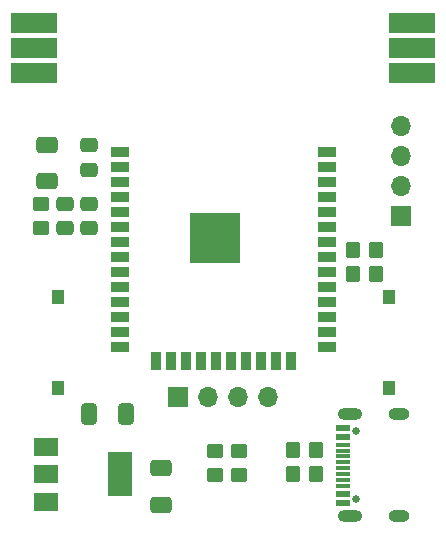
<source format=gts>
%TF.GenerationSoftware,KiCad,Pcbnew,7.0.1-3b83917a11~172~ubuntu22.04.1*%
%TF.CreationDate,2023-04-18T10:01:55+02:00*%
%TF.ProjectId,part2,70617274-322e-46b6-9963-61645f706362,rev?*%
%TF.SameCoordinates,Original*%
%TF.FileFunction,Soldermask,Top*%
%TF.FilePolarity,Negative*%
%FSLAX46Y46*%
G04 Gerber Fmt 4.6, Leading zero omitted, Abs format (unit mm)*
G04 Created by KiCad (PCBNEW 7.0.1-3b83917a11~172~ubuntu22.04.1) date 2023-04-18 10:01:55*
%MOMM*%
%LPD*%
G01*
G04 APERTURE LIST*
G04 Aperture macros list*
%AMRoundRect*
0 Rectangle with rounded corners*
0 $1 Rounding radius*
0 $2 $3 $4 $5 $6 $7 $8 $9 X,Y pos of 4 corners*
0 Add a 4 corners polygon primitive as box body*
4,1,4,$2,$3,$4,$5,$6,$7,$8,$9,$2,$3,0*
0 Add four circle primitives for the rounded corners*
1,1,$1+$1,$2,$3*
1,1,$1+$1,$4,$5*
1,1,$1+$1,$6,$7*
1,1,$1+$1,$8,$9*
0 Add four rect primitives between the rounded corners*
20,1,$1+$1,$2,$3,$4,$5,0*
20,1,$1+$1,$4,$5,$6,$7,0*
20,1,$1+$1,$6,$7,$8,$9,0*
20,1,$1+$1,$8,$9,$2,$3,0*%
G04 Aperture macros list end*
%ADD10RoundRect,0.250000X0.650000X-0.412500X0.650000X0.412500X-0.650000X0.412500X-0.650000X-0.412500X0*%
%ADD11RoundRect,0.250000X0.450000X-0.350000X0.450000X0.350000X-0.450000X0.350000X-0.450000X-0.350000X0*%
%ADD12R,4.000000X1.800000*%
%ADD13RoundRect,0.250000X0.412500X0.650000X-0.412500X0.650000X-0.412500X-0.650000X0.412500X-0.650000X0*%
%ADD14RoundRect,0.250000X-0.350000X-0.450000X0.350000X-0.450000X0.350000X0.450000X-0.350000X0.450000X0*%
%ADD15RoundRect,0.250000X-0.450000X0.350000X-0.450000X-0.350000X0.450000X-0.350000X0.450000X0.350000X0*%
%ADD16RoundRect,0.250000X0.475000X-0.337500X0.475000X0.337500X-0.475000X0.337500X-0.475000X-0.337500X0*%
%ADD17RoundRect,0.250000X-0.475000X0.337500X-0.475000X-0.337500X0.475000X-0.337500X0.475000X0.337500X0*%
%ADD18R,1.000000X1.250000*%
%ADD19RoundRect,0.250000X-0.650000X0.412500X-0.650000X-0.412500X0.650000X-0.412500X0.650000X0.412500X0*%
%ADD20R,1.700000X1.700000*%
%ADD21O,1.700000X1.700000*%
%ADD22RoundRect,0.250000X0.350000X0.450000X-0.350000X0.450000X-0.350000X-0.450000X0.350000X-0.450000X0*%
%ADD23R,2.000000X1.500000*%
%ADD24R,2.000000X3.800000*%
%ADD25R,1.500000X0.900000*%
%ADD26R,0.900000X1.500000*%
%ADD27C,0.600000*%
%ADD28R,4.200000X4.200000*%
%ADD29C,0.650000*%
%ADD30R,1.150000X0.600000*%
%ADD31R,1.150000X0.300000*%
%ADD32O,2.100000X1.000000*%
%ADD33O,1.800000X1.000000*%
G04 APERTURE END LIST*
D10*
%TO.C,C4*%
X137482000Y-119868500D03*
X137482000Y-116743500D03*
%TD*%
D11*
%TO.C,R5*%
X127322000Y-96430000D03*
X127322000Y-94430000D03*
%TD*%
D12*
%TO.C,J11*%
X126775500Y-83310000D03*
X126775500Y-81210000D03*
X126775500Y-79110000D03*
%TD*%
D13*
%TO.C,C5*%
X134511000Y-112210000D03*
X131386000Y-112210000D03*
%TD*%
D14*
%TO.C,R6*%
X153722000Y-100348000D03*
X155722000Y-100348000D03*
%TD*%
D15*
%TO.C,R3*%
X142054000Y-115330000D03*
X142054000Y-117330000D03*
%TD*%
D16*
%TO.C,C1*%
X129354000Y-96467500D03*
X129354000Y-94392500D03*
%TD*%
D12*
%TO.C,J7*%
X158775500Y-79110000D03*
X158775500Y-81210000D03*
X158775500Y-83310000D03*
%TD*%
D17*
%TO.C,C3*%
X131379500Y-89406000D03*
X131379500Y-91481000D03*
%TD*%
D15*
%TO.C,R4*%
X144079500Y-115351500D03*
X144079500Y-117351500D03*
%TD*%
D14*
%TO.C,R7*%
X153738000Y-98316000D03*
X155738000Y-98316000D03*
%TD*%
D18*
%TO.C,SW2*%
X156775500Y-109989000D03*
X156775500Y-102239000D03*
%TD*%
D19*
%TO.C,C2*%
X127823500Y-89367500D03*
X127823500Y-92492500D03*
%TD*%
D20*
%TO.C,J4*%
X138975500Y-110742000D03*
D21*
X141515500Y-110742000D03*
X144055500Y-110742000D03*
X146595500Y-110742000D03*
%TD*%
D22*
%TO.C,R2*%
X150658000Y-117290000D03*
X148658000Y-117290000D03*
%TD*%
%TO.C,R1*%
X150658000Y-115258000D03*
X148658000Y-115258000D03*
%TD*%
D23*
%TO.C,U2*%
X127766500Y-114990000D03*
X127766500Y-117290000D03*
D24*
X134066500Y-117290000D03*
D23*
X127766500Y-119590000D03*
%TD*%
D16*
%TO.C,C6*%
X131386000Y-96467500D03*
X131386000Y-94392500D03*
%TD*%
D20*
%TO.C,J3*%
X157802000Y-95446000D03*
D21*
X157802000Y-92906000D03*
X157802000Y-90366000D03*
X157802000Y-87826000D03*
%TD*%
D18*
%TO.C,SW1*%
X128775500Y-109989000D03*
X128775500Y-102239000D03*
%TD*%
D25*
%TO.C,U1*%
X134025500Y-89960000D03*
X134025500Y-91230000D03*
X134025500Y-92500000D03*
X134025500Y-93770000D03*
X134025500Y-95040000D03*
X134025500Y-96310000D03*
X134025500Y-97580000D03*
X134025500Y-98850000D03*
X134025500Y-100120000D03*
X134025500Y-101390000D03*
X134025500Y-102660000D03*
X134025500Y-103930000D03*
X134025500Y-105200000D03*
X134025500Y-106470000D03*
D26*
X137065500Y-107720000D03*
X138335500Y-107720000D03*
X139605500Y-107720000D03*
X140875500Y-107720000D03*
X142145500Y-107720000D03*
X143415500Y-107720000D03*
X144685500Y-107720000D03*
X145955500Y-107720000D03*
X147225500Y-107720000D03*
X148495500Y-107720000D03*
D25*
X151525500Y-106470000D03*
X151525500Y-105200000D03*
X151525500Y-103930000D03*
X151525500Y-102660000D03*
X151525500Y-101390000D03*
X151525500Y-100120000D03*
X151525500Y-98850000D03*
X151525500Y-97580000D03*
X151525500Y-96310000D03*
X151525500Y-95040000D03*
X151525500Y-93770000D03*
X151525500Y-92500000D03*
X151525500Y-91230000D03*
X151525500Y-89960000D03*
D27*
X140570500Y-96537500D03*
X140570500Y-98062500D03*
X141333000Y-95775000D03*
X141333000Y-97300000D03*
X141333000Y-98825000D03*
X142095500Y-96537500D03*
D28*
X142095500Y-97300000D03*
D27*
X142095500Y-98062500D03*
X142858000Y-95775000D03*
X142858000Y-97300000D03*
X142858000Y-98825000D03*
X143620500Y-96537500D03*
X143620500Y-98062500D03*
%TD*%
D29*
%TO.C,J1*%
X154015500Y-119416000D03*
X154015500Y-113636000D03*
D30*
X152940500Y-119726000D03*
X152940500Y-118926000D03*
D31*
X152940500Y-117776000D03*
X152940500Y-116776000D03*
X152940500Y-116276000D03*
X152940500Y-115276000D03*
D30*
X152940500Y-114126000D03*
X152940500Y-113326000D03*
X152940500Y-113326000D03*
X152940500Y-114126000D03*
D31*
X152940500Y-114776000D03*
X152940500Y-115776000D03*
X152940500Y-117276000D03*
X152940500Y-118276000D03*
D30*
X152940500Y-118926000D03*
X152940500Y-119726000D03*
D32*
X153515500Y-120846000D03*
D33*
X157695500Y-120846000D03*
D32*
X153515500Y-112206000D03*
D33*
X157695500Y-112206000D03*
%TD*%
M02*

</source>
